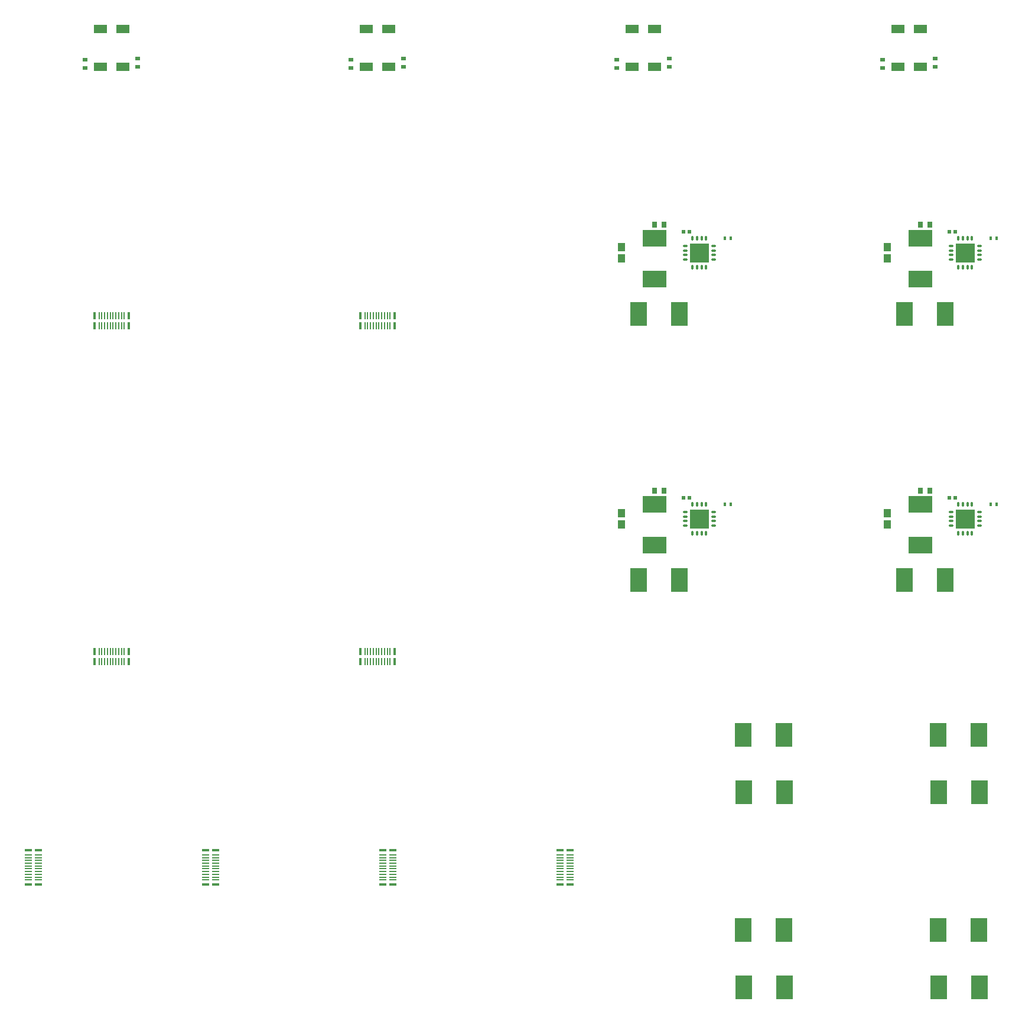
<source format=gbp>
G04*
G04 #@! TF.GenerationSoftware,Altium Limited,Altium Designer,21.9.1 (22)*
G04*
G04 Layer_Color=128*
%FSLAX25Y25*%
%MOIN*%
G70*
G04*
G04 #@! TF.SameCoordinates,13B4354E-90E4-473D-AD5A-126374568DC2*
G04*
G04*
G04 #@! TF.FilePolarity,Positive*
G04*
G01*
G75*
%ADD11R,0.03985X0.04758*%
%ADD12O,0.03150X0.01181*%
%ADD13O,0.01181X0.03150*%
%ADD14R,0.10551X0.10551*%
%ADD15R,0.03150X0.03740*%
%ADD16R,0.13500X0.09500*%
%ADD17R,0.01575X0.01968*%
%ADD18R,0.02423X0.02254*%
%ADD75R,0.09500X0.13500*%
%ADD76R,0.01575X0.04331*%
%ADD77R,0.00984X0.04331*%
%ADD79R,0.02648X0.01860*%
%ADD80R,0.07480X0.05118*%
%ADD81R,0.04331X0.00984*%
%ADD82R,0.04331X0.01575*%
D11*
X458400Y402143D02*
D03*
Y408457D02*
D03*
X608400Y402143D02*
D03*
Y408457D02*
D03*
X458400Y552143D02*
D03*
Y558457D02*
D03*
X608400Y552143D02*
D03*
Y558457D02*
D03*
D12*
X494300Y401482D02*
D03*
Y404041D02*
D03*
Y406600D02*
D03*
Y409159D02*
D03*
X510442D02*
D03*
Y406600D02*
D03*
Y404041D02*
D03*
Y401482D02*
D03*
X644300D02*
D03*
Y404041D02*
D03*
Y406600D02*
D03*
Y409159D02*
D03*
X660442D02*
D03*
Y406600D02*
D03*
Y404041D02*
D03*
Y401482D02*
D03*
X494300Y551482D02*
D03*
Y554041D02*
D03*
Y556600D02*
D03*
Y559159D02*
D03*
X510442D02*
D03*
Y556600D02*
D03*
Y554041D02*
D03*
Y551482D02*
D03*
X644300D02*
D03*
Y554041D02*
D03*
Y556600D02*
D03*
Y559159D02*
D03*
X660442D02*
D03*
Y556600D02*
D03*
Y554041D02*
D03*
Y551482D02*
D03*
D13*
X498532Y413391D02*
D03*
X501091D02*
D03*
X503650D02*
D03*
X506210D02*
D03*
Y397250D02*
D03*
X503650D02*
D03*
X501091D02*
D03*
X498532D02*
D03*
X648532Y413391D02*
D03*
X651091D02*
D03*
X653650D02*
D03*
X656210D02*
D03*
Y397250D02*
D03*
X653650D02*
D03*
X651091D02*
D03*
X648532D02*
D03*
X498532Y563391D02*
D03*
X501091D02*
D03*
X503650D02*
D03*
X506210D02*
D03*
Y547250D02*
D03*
X503650D02*
D03*
X501091D02*
D03*
X498532D02*
D03*
X648532Y563391D02*
D03*
X651091D02*
D03*
X653650D02*
D03*
X656210D02*
D03*
Y547250D02*
D03*
X653650D02*
D03*
X651091D02*
D03*
X648532D02*
D03*
D14*
X502371Y405321D02*
D03*
X652371D02*
D03*
X502371Y555321D02*
D03*
X652371D02*
D03*
D15*
X482358Y421200D02*
D03*
X477042D02*
D03*
X632358D02*
D03*
X627042D02*
D03*
X482358Y571200D02*
D03*
X477042D02*
D03*
X632358D02*
D03*
X627042D02*
D03*
D16*
X477100Y390500D02*
D03*
Y413500D02*
D03*
X627100Y390500D02*
D03*
Y413500D02*
D03*
X477100Y540500D02*
D03*
Y563500D02*
D03*
X627100Y540500D02*
D03*
Y563500D02*
D03*
D17*
X516825Y413500D02*
D03*
X519975D02*
D03*
X666825D02*
D03*
X669975D02*
D03*
X516825Y563500D02*
D03*
X519975D02*
D03*
X666825D02*
D03*
X669975D02*
D03*
D18*
X493313Y417200D02*
D03*
X496687D02*
D03*
X643313D02*
D03*
X646687D02*
D03*
X493313Y567200D02*
D03*
X496687D02*
D03*
X643313D02*
D03*
X646687D02*
D03*
D75*
X491102Y370859D02*
D03*
X468102D02*
D03*
X641102D02*
D03*
X618102D02*
D03*
X491102Y520859D02*
D03*
X468102D02*
D03*
X641102D02*
D03*
X618102D02*
D03*
X550500Y141000D02*
D03*
X527500D02*
D03*
X527000Y173500D02*
D03*
X550000D02*
D03*
X660500Y141000D02*
D03*
X637500D02*
D03*
X637000Y173500D02*
D03*
X660000D02*
D03*
X550500Y251000D02*
D03*
X527500D02*
D03*
X527000Y283500D02*
D03*
X550000D02*
D03*
X660500Y251000D02*
D03*
X637500D02*
D03*
X637000Y283500D02*
D03*
X660000D02*
D03*
D76*
X330484Y330575D02*
D03*
Y324670D02*
D03*
X311074Y330575D02*
D03*
Y324670D02*
D03*
X311074Y514040D02*
D03*
Y519945D02*
D03*
X330484Y514040D02*
D03*
Y519945D02*
D03*
X180484Y330575D02*
D03*
Y324670D02*
D03*
X161074Y330575D02*
D03*
Y324670D02*
D03*
X161074Y514040D02*
D03*
Y519945D02*
D03*
X180484Y514040D02*
D03*
Y519945D02*
D03*
D77*
X313693Y324670D02*
D03*
X327866Y330575D02*
D03*
Y324670D02*
D03*
X326291Y330575D02*
D03*
Y324670D02*
D03*
X324716Y330575D02*
D03*
Y324670D02*
D03*
X323141Y330575D02*
D03*
Y324670D02*
D03*
X321567Y330575D02*
D03*
Y324670D02*
D03*
X319992Y330575D02*
D03*
Y324670D02*
D03*
X318417Y330575D02*
D03*
Y324670D02*
D03*
X316842Y330575D02*
D03*
Y324670D02*
D03*
X315267Y330575D02*
D03*
Y324670D02*
D03*
X313693Y330575D02*
D03*
X327866Y519945D02*
D03*
X313693Y514040D02*
D03*
Y519945D02*
D03*
X315267Y514040D02*
D03*
Y519945D02*
D03*
X316842Y514040D02*
D03*
Y519945D02*
D03*
X318417Y514040D02*
D03*
Y519945D02*
D03*
X319992Y514040D02*
D03*
Y519945D02*
D03*
X321567Y514040D02*
D03*
Y519945D02*
D03*
X323141Y514040D02*
D03*
Y519945D02*
D03*
X324716Y514040D02*
D03*
Y519945D02*
D03*
X326291Y514040D02*
D03*
Y519945D02*
D03*
X327866Y514040D02*
D03*
X163693Y324670D02*
D03*
X177866Y330575D02*
D03*
Y324670D02*
D03*
X176291Y330575D02*
D03*
Y324670D02*
D03*
X174716Y330575D02*
D03*
Y324670D02*
D03*
X173141Y330575D02*
D03*
Y324670D02*
D03*
X171567Y330575D02*
D03*
Y324670D02*
D03*
X169992Y330575D02*
D03*
Y324670D02*
D03*
X168417Y330575D02*
D03*
Y324670D02*
D03*
X166842Y330575D02*
D03*
Y324670D02*
D03*
X165267Y330575D02*
D03*
Y324670D02*
D03*
X163693Y330575D02*
D03*
X177866Y519945D02*
D03*
X163693Y514040D02*
D03*
Y519945D02*
D03*
X165267Y514040D02*
D03*
Y519945D02*
D03*
X166842Y514040D02*
D03*
Y519945D02*
D03*
X168417Y514040D02*
D03*
Y519945D02*
D03*
X169992Y514040D02*
D03*
Y519945D02*
D03*
X171567Y514040D02*
D03*
Y519945D02*
D03*
X173141Y514040D02*
D03*
Y519945D02*
D03*
X174716Y514040D02*
D03*
Y519945D02*
D03*
X176291Y514040D02*
D03*
Y519945D02*
D03*
X177866Y514040D02*
D03*
D79*
X185500Y664862D02*
D03*
Y660138D02*
D03*
X155673Y659514D02*
D03*
Y664238D02*
D03*
X335500Y664862D02*
D03*
Y660138D02*
D03*
X305673Y659514D02*
D03*
Y664238D02*
D03*
X485500Y664862D02*
D03*
Y660138D02*
D03*
X455673Y659514D02*
D03*
Y664238D02*
D03*
X635500Y664862D02*
D03*
Y660138D02*
D03*
X605673Y659514D02*
D03*
Y664238D02*
D03*
D80*
X177000Y660000D02*
D03*
X164402D02*
D03*
X177000Y681653D02*
D03*
X164402D02*
D03*
X327000Y660000D02*
D03*
X314402D02*
D03*
X327000Y681653D02*
D03*
X314402D02*
D03*
X477000Y660000D02*
D03*
X464402D02*
D03*
X477000Y681653D02*
D03*
X464402D02*
D03*
X627000Y660000D02*
D03*
X614402D02*
D03*
X627000Y681653D02*
D03*
X614402D02*
D03*
D81*
X423685Y201724D02*
D03*
X429591Y203298D02*
D03*
X423685D02*
D03*
X429591Y204873D02*
D03*
X423685D02*
D03*
X429591Y206448D02*
D03*
X423685D02*
D03*
X429591Y208023D02*
D03*
X423685D02*
D03*
X429591Y209598D02*
D03*
X423685D02*
D03*
X429591Y211172D02*
D03*
X423685D02*
D03*
X429591Y212747D02*
D03*
X423685D02*
D03*
X429591Y214322D02*
D03*
X423685D02*
D03*
X429591Y215897D02*
D03*
X423685D02*
D03*
X429591Y201724D02*
D03*
X323685D02*
D03*
X329591Y203298D02*
D03*
X323685D02*
D03*
X329591Y204873D02*
D03*
X323685D02*
D03*
X329591Y206448D02*
D03*
X323685D02*
D03*
X329591Y208023D02*
D03*
X323685D02*
D03*
X329591Y209598D02*
D03*
X323685D02*
D03*
X329591Y211172D02*
D03*
X323685D02*
D03*
X329591Y212747D02*
D03*
X323685D02*
D03*
X329591Y214322D02*
D03*
X323685D02*
D03*
X329591Y215897D02*
D03*
X323685D02*
D03*
X329591Y201724D02*
D03*
X223685D02*
D03*
X229591Y203298D02*
D03*
X223685D02*
D03*
X229591Y204873D02*
D03*
X223685D02*
D03*
X229591Y206448D02*
D03*
X223685D02*
D03*
X229591Y208023D02*
D03*
X223685D02*
D03*
X229591Y209598D02*
D03*
X223685D02*
D03*
X229591Y211172D02*
D03*
X223685D02*
D03*
X229591Y212747D02*
D03*
X223685D02*
D03*
X229591Y214322D02*
D03*
X223685D02*
D03*
X229591Y215897D02*
D03*
X223685D02*
D03*
X229591Y201724D02*
D03*
X123685D02*
D03*
X129591Y203298D02*
D03*
X123685D02*
D03*
X129591Y204873D02*
D03*
X123685D02*
D03*
X129591Y206448D02*
D03*
X123685D02*
D03*
X129591Y208023D02*
D03*
X123685D02*
D03*
X129591Y209598D02*
D03*
X123685D02*
D03*
X129591Y211172D02*
D03*
X123685D02*
D03*
X129591Y212747D02*
D03*
X123685D02*
D03*
X129591Y214322D02*
D03*
X123685D02*
D03*
X129591Y215897D02*
D03*
X123685D02*
D03*
X129591Y201724D02*
D03*
D82*
X429591Y199106D02*
D03*
X423685D02*
D03*
X429591Y218515D02*
D03*
X423685D02*
D03*
X329591Y199106D02*
D03*
X323685D02*
D03*
X329591Y218515D02*
D03*
X323685D02*
D03*
X229591Y199106D02*
D03*
X223685D02*
D03*
X229591Y218515D02*
D03*
X223685D02*
D03*
X129591Y199106D02*
D03*
X123685D02*
D03*
X129591Y218515D02*
D03*
X123685D02*
D03*
M02*

</source>
